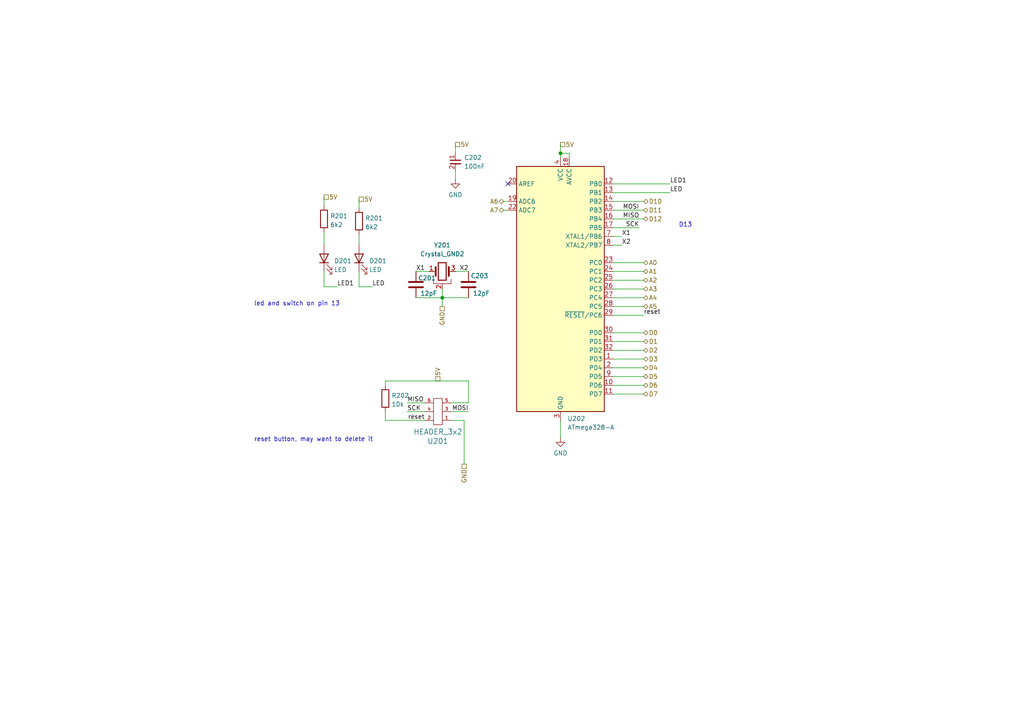
<source format=kicad_sch>
(kicad_sch (version 20230121) (generator eeschema)
  (paper "A4")
  (lib_symbols
    (symbol "Device:C" (pin_numbers hide) (pin_names (offset 0.254))
      (property "Reference" "C" (at 0.635 2.54 0))
      (property "Value" "C" (at 0.635 -2.54 0))
      (symbol "C_0_1"
        (polyline (pts (xy -2.032 -0.762) (xy 2.032 -0.762)) (stroke (width 0.508)))
        (polyline (pts (xy -2.032 0.762) (xy 2.032 0.762)) (stroke (width 0.508)))
      )
      (symbol "C_1_1"
        (pin passive line (at 0 3.81 270) (length 2.794) (name "~") (number "1"))
        (pin passive line (at 0 -3.81 90) (length 2.794) (name "~") (number "2"))
      )
    )
    (symbol "Device:LED" (pin_numbers hide) (pin_names (offset 1.016) hide)
      (property "Reference" "D" (at 0 2.54 0))
      (property "Value" "LED" (at 0 -2.54 0))
      (symbol "LED_0_1"
        (polyline (pts (xy -1.27 -1.27) (xy -1.27 1.27)) (stroke (width 0.254)))
        (polyline (pts (xy -1.27 0) (xy 1.27 0)))
        (polyline (pts (xy 1.27 -1.27) (xy 1.27 1.27) (xy -1.27 0) (xy 1.27 -1.27)) (stroke (width 0.254)))
        (polyline (pts (xy -3.048 -0.762) (xy -4.572 -2.286) (xy -3.81 -2.286) (xy -4.572 -2.286) (xy -4.572 -1.524)))
        (polyline (pts (xy -1.778 -0.762) (xy -3.302 -2.286) (xy -2.54 -2.286) (xy -3.302 -2.286) (xy -3.302 -1.524)))
      )
      (symbol "LED_1_1"
        (pin passive line (at -3.81 0 0) (length 2.54) (name "K") (number "1"))
        (pin passive line (at 3.81 0 180) (length 2.54) (name "A") (number "2"))
      )
    )
    (symbol "Device:R" (pin_numbers hide) (pin_names (offset 0))
      (property "Reference" "R" (at 2.032 0 90))
      (property "Value" "R" (at 0 0 90))
      (symbol "R_0_1"
        (rectangle (start -1.016 -2.54) (end 1.016 2.54) (stroke (width 0.254)))
      )
      (symbol "R_1_1"
        (pin passive line (at 0 3.81 270) (length 1.27) (name "~") (number "1"))
        (pin passive line (at 0 -3.81 90) (length 1.27) (name "~") (number "2"))
      )
    )
    (symbol "MCU_Microchip_ATmega:ATmega328-A"
      (property "Reference" "U" (at -12.7 36.83 0))
      (property "Value" "ATmega328-A" (at 2.54 -36.83 0))
      (symbol "ATmega328-A_0_1"
        (rectangle (start -12.7 -35.56) (end 12.7 35.56) (stroke (width 0.254)) (fill (type background)))
      )
      (symbol "ATmega328-A_1_1"
        (pin bidirectional line (at 15.24 -20.32 180) (length 2.54) (name "PD3") (number "1"))
        (pin bidirectional line (at 15.24 -27.94 180) (length 2.54) (name "PD6") (number "10"))
        (pin bidirectional line (at 15.24 -30.48 180) (length 2.54) (name "PD7") (number "11"))
        (pin bidirectional line (at 15.24 30.48 180) (length 2.54) (name "PB0") (number "12"))
        (pin bidirectional line (at 15.24 27.94 180) (length 2.54) (name "PB1") (number "13"))
        (pin bidirectional line (at 15.24 25.4 180) (length 2.54) (name "PB2") (number "14"))
        (pin bidirectional line (at 15.24 22.86 180) (length 2.54) (name "PB3") (number "15"))
        (pin bidirectional line (at 15.24 20.32 180) (length 2.54) (name "PB4") (number "16"))
        (pin bidirectional line (at 15.24 17.78 180) (length 2.54) (name "PB5") (number "17"))
        (pin power_in line (at 2.54 38.1 270) (length 2.54) (name "AVCC") (number "18"))
        (pin input line (at -15.24 25.4 0) (length 2.54) (name "ADC6") (number "19"))
        (pin bidirectional line (at 15.24 -22.86 180) (length 2.54) (name "PD4") (number "2"))
        (pin passive line (at -15.24 30.48 0) (length 2.54) (name "AREF") (number "20"))
        (pin passive line (at 0 -38.1 90) (length 2.54) hide (name "GND") (number "21"))
        (pin input line (at -15.24 22.86 0) (length 2.54) (name "ADC7") (number "22"))
        (pin bidirectional line (at 15.24 7.62 180) (length 2.54) (name "PC0") (number "23"))
        (pin bidirectional line (at 15.24 5.08 180) (length 2.54) (name "PC1") (number "24"))
        (pin bidirectional line (at 15.24 2.54 180) (length 2.54) (name "PC2") (number "25"))
        (pin bidirectional line (at 15.24 0 180) (length 2.54) (name "PC3") (number "26"))
        (pin bidirectional line (at 15.24 -2.54 180) (length 2.54) (name "PC4") (number "27"))
        (pin bidirectional line (at 15.24 -5.08 180) (length 2.54) (name "PC5") (number "28"))
        (pin bidirectional line (at 15.24 -7.62 180) (length 2.54) (name "~{RESET}/PC6") (number "29"))
        (pin power_in line (at 0 -38.1 90) (length 2.54) (name "GND") (number "3"))
        (pin bidirectional line (at 15.24 -12.7 180) (length 2.54) (name "PD0") (number "30"))
        (pin bidirectional line (at 15.24 -15.24 180) (length 2.54) (name "PD1") (number "31"))
        (pin bidirectional line (at 15.24 -17.78 180) (length 2.54) (name "PD2") (number "32"))
        (pin power_in line (at 0 38.1 270) (length 2.54) (name "VCC") (number "4"))
        (pin passive line (at 0 -38.1 90) (length 2.54) hide (name "GND") (number "5"))
        (pin passive line (at 0 38.1 270) (length 2.54) hide (name "VCC") (number "6"))
        (pin bidirectional line (at 15.24 15.24 180) (length 2.54) (name "XTAL1/PB6") (number "7"))
        (pin bidirectional line (at 15.24 12.7 180) (length 2.54) (name "XTAL2/PB7") (number "8"))
        (pin bidirectional line (at 15.24 -25.4 180) (length 2.54) (name "PD5") (number "9"))
      )
    )
    (symbol "capacitor_miscellaneous:C_0402_100nF"
      (property "Reference" "U" (at 1.27 2.54 0))
      (property "Value" "100nF" (at 3.81 -2.54 0))
      (property "JLCPCB Part#" "C307331" (at 0 0 0))
      (symbol "C_0402_100nF_0_1"
        (polyline (pts (xy -1.524 -0.508) (xy 1.524 -0.508)) (stroke (width 0.3302)))
        (polyline (pts (xy -1.524 0.508) (xy 1.524 0.508)) (stroke (width 0.3048)))
      )
      (symbol "C_0402_100nF_1_1"
        (pin passive line (at 0 2.54 270) (length 2.032) (name "~") (number "1"))
        (pin passive line (at 0 -2.54 90) (length 2.032) (name "~") (number "2"))
      )
    )
    (symbol "custom_kicad_lib_sk:crystal_arduino" (pin_names (offset 1.016) hide)
      (property "Reference" "Y" (at 0 5.715 0))
      (property "Value" "Crystal_GND2" (at 0 3.81 0))
      (property "JLCPCB Part#" "C13738" (at 0 0 0))
      (symbol "crystal_arduino_0_1"
        (rectangle (start -1.143 2.54) (end 1.143 -2.54) (stroke (width 0.3048)))
        (polyline (pts (xy -2.54 0) (xy -1.905 0)))
        (polyline (pts (xy -1.905 -1.27) (xy -1.905 1.27)) (stroke (width 0.508)))
        (polyline (pts (xy 0 -3.81) (xy 0 -3.556)))
        (polyline (pts (xy 1.905 0) (xy 2.54 0)))
        (polyline (pts (xy 1.905 1.27) (xy 1.905 -1.27)) (stroke (width 0.508)))
        (polyline (pts (xy -2.54 -2.286) (xy -2.54 -3.556) (xy 2.54 -3.556) (xy 2.54 -2.286)))
      )
      (symbol "crystal_arduino_1_1"
        (pin passive line (at -3.81 0 0) (length 1.27) (name "1") (number "1"))
        (pin passive line (at 0 -5.08 90) (length 1.27) (name "GND") (number "2"))
        (pin passive line (at 3.81 0 180) (length 1.27) (name "3") (number "3"))
        (pin passive line (at 0 -5.08 90) (length 1.27) hide (name "GND") (number "4"))
      )
    )
    (symbol "power:GND" (power) (pin_names (offset 0))
      (property "Value" "GND" (at 0 -3.81 0))
      (symbol "GND_0_1"
        (polyline (pts (xy 0 0) (xy 0 -1.27) (xy 1.27 -1.27) (xy 0 -2.54) (xy -1.27 -1.27) (xy 0 -1.27)))
      )
      (symbol "GND_1_1"
        (pin power_in line (at 0 0 270) (length 0) hide (name "GND") (number "1"))
      )
    )
    (symbol "servoDriverSMD-rescue:HEADER_3x2-w_connectors" (pin_names (offset 0))
      (property "Reference" "J" (at 0 5.08 0))
      (property "Value" "HEADER_3x2-w_connectors" (at 0 -5.08 0))
      (symbol "HEADER_3x2-w_connectors_0_1"
        (rectangle (start 1.27 3.81) (end -1.27 -3.81))
      )
      (symbol "HEADER_3x2-w_connectors_1_1"
        (pin passive line (at -3.81 2.54 0) (length 2.54) (name "~") (number "1"))
        (pin passive line (at 3.81 2.54 180) (length 2.54) (name "~") (number "2"))
        (pin passive line (at -3.81 0 0) (length 2.54) (name "~") (number "3"))
        (pin passive line (at 3.81 0 180) (length 2.54) (name "~") (number "4"))
        (pin passive line (at -3.81 -2.54 0) (length 2.54) (name "~") (number "5"))
        (pin passive line (at 3.81 -2.54 180) (length 2.54) (name "~") (number "6"))
      )
    )
  )
  (junction (at 128.27 86.36))
  (junction (at 162.56 44.45))
  (no_connect (at 147.32 53.34))
  (wire (pts (xy 162.56 44.45) (xy 162.56 45.72)))
  (wire (pts (xy 128.27 86.36) (xy 135.89 86.36)))
  (wire (pts (xy 177.8 55.88) (xy 194.31 55.88)))
  (wire (pts (xy 130.81 116.84) (xy 135.89 116.84)))
  (wire (pts (xy 93.98 57.15) (xy 93.98 59.69)))
  (wire (pts (xy 177.8 53.34) (xy 194.31 53.34)))
  (wire (pts (xy 134.62 121.92) (xy 130.81 121.92)))
  (wire (pts (xy 165.1 44.45) (xy 162.56 44.45)))
  (wire (pts (xy 177.8 86.36) (xy 186.69 86.36)))
  (wire (pts (xy 177.8 111.76) (xy 186.69 111.76)))
  (wire (pts (xy 123.19 119.38) (xy 118.11 119.38)))
  (wire (pts (xy 124.46 78.74) (xy 120.65 78.74)))
  (wire (pts (xy 177.8 66.04) (xy 185.42 66.04)))
  (wire (pts (xy 177.8 76.2) (xy 186.69 76.2)))
  (wire (pts (xy 111.76 121.92) (xy 123.19 121.92)))
  (wire (pts (xy 177.8 88.9) (xy 186.69 88.9)))
  (wire (pts (xy 111.76 110.49) (xy 135.89 110.49)))
  (wire (pts (xy 104.14 78.74) (xy 104.14 83.185)))
  (wire (pts (xy 177.8 91.44) (xy 186.69 91.44)))
  (wire (pts (xy 135.89 116.84) (xy 135.89 110.49)))
  (wire (pts (xy 177.8 71.12) (xy 180.34 71.12)))
  (wire (pts (xy 162.56 121.92) (xy 162.56 127)))
  (wire (pts (xy 177.8 109.22) (xy 186.69 109.22)))
  (wire (pts (xy 146.05 58.42) (xy 147.32 58.42)))
  (wire (pts (xy 111.76 119.38) (xy 111.76 121.92)))
  (wire (pts (xy 93.98 67.31) (xy 93.98 71.12)))
  (wire (pts (xy 130.81 119.38) (xy 135.89 119.38)))
  (wire (pts (xy 177.8 83.82) (xy 186.69 83.82)))
  (wire (pts (xy 104.14 67.945) (xy 104.14 71.12)))
  (wire (pts (xy 128.27 83.82) (xy 128.27 86.36)))
  (wire (pts (xy 132.08 78.74) (xy 135.89 78.74)))
  (wire (pts (xy 146.05 60.96) (xy 147.32 60.96)))
  (wire (pts (xy 162.56 41.91) (xy 162.56 44.45)))
  (wire (pts (xy 134.62 121.92) (xy 134.62 134.62)))
  (wire (pts (xy 177.8 68.58) (xy 180.34 68.58)))
  (wire (pts (xy 177.8 114.3) (xy 186.69 114.3)))
  (wire (pts (xy 93.98 78.74) (xy 93.98 83.185)))
  (wire (pts (xy 118.11 116.84) (xy 123.19 116.84)))
  (wire (pts (xy 104.14 57.785) (xy 104.14 60.325)))
  (wire (pts (xy 132.08 49.53) (xy 132.08 52.07)))
  (wire (pts (xy 177.8 60.96) (xy 186.69 60.96)))
  (wire (pts (xy 111.76 110.49) (xy 111.76 111.76)))
  (wire (pts (xy 107.95 83.185) (xy 104.14 83.185)))
  (wire (pts (xy 97.79 83.185) (xy 93.98 83.185)))
  (wire (pts (xy 177.8 81.28) (xy 186.69 81.28)))
  (wire (pts (xy 177.8 99.06) (xy 186.69 99.06)))
  (wire (pts (xy 120.65 86.36) (xy 128.27 86.36)))
  (wire (pts (xy 132.08 41.91) (xy 132.08 44.45)))
  (wire (pts (xy 177.8 96.52) (xy 186.69 96.52)))
  (wire (pts (xy 177.8 101.6) (xy 186.69 101.6)))
  (wire (pts (xy 128.27 86.36) (xy 128.27 88.9)))
  (wire (pts (xy 165.1 45.72) (xy 165.1 44.45)))
  (wire (pts (xy 177.8 63.5) (xy 186.69 63.5)))
  (wire (pts (xy 177.8 106.68) (xy 186.69 106.68)))
  (wire (pts (xy 177.8 78.74) (xy 186.69 78.74)))
  (wire (pts (xy 177.8 104.14) (xy 186.69 104.14)))
  (wire (pts (xy 177.8 58.42) (xy 186.69 58.42)))
  (text "reset button, may want to delete it" (at 73.66 128.27 0) (effects (font (size 1.27 1.27)) (justify left bottom)))
  (text "led and switch on pin 13" (at 73.66 88.9 0) (effects (font (size 1.27 1.27)) (justify left bottom)))
  (text "D13" (at 196.85 66.04 0) (effects (font (size 1.27 1.27)) (justify left bottom)))
  (label "SCK" (at 118.11 119.38 0))
  (label "reset" (at 186.69 91.44 0))
  (label "LED1" (at 97.79 83.185 0))
  (label "X1" (at 120.65 78.74 0))
  (label "X2" (at 180.34 71.12 0))
  (label "MISO" (at 118.11 116.84 0))
  (label "MOSI" (at 185.42 60.96 180))
  (label "reset" (at 123.19 121.92 180))
  (label "LED" (at 194.31 55.88 0))
  (label "X1" (at 180.34 68.58 0))
  (label "SCK" (at 185.42 66.04 180))
  (label "MISO" (at 185.42 63.5 180))
  (label "LED1" (at 194.31 53.34 0))
  (label "LED" (at 107.95 83.185 0))
  (label "MOSI" (at 135.89 119.38 180))
  (label "X2" (at 135.89 78.74 180))
  (hierarchical_label "A7" (shape bidirectional) (at 146.05 60.96 180))
  (hierarchical_label "A0" (shape bidirectional) (at 186.69 76.2 0))
  (hierarchical_label "5V" (shape passive) (at 93.98 57.15 0))
  (hierarchical_label "D12" (shape bidirectional) (at 186.69 63.5 0))
  (hierarchical_label "D7" (shape bidirectional) (at 186.69 114.3 0))
  (hierarchical_label "A3" (shape bidirectional) (at 186.69 83.82 0))
  (hierarchical_label "5V" (shape passive) (at 162.56 41.91 0))
  (hierarchical_label "5V" (shape passive) (at 132.08 41.91 0))
  (hierarchical_label "A6" (shape bidirectional) (at 146.05 58.42 180))
  (hierarchical_label "D6" (shape bidirectional) (at 186.69 111.76 0))
  (hierarchical_label "A5" (shape bidirectional) (at 186.69 88.9 0))
  (hierarchical_label "A1" (shape bidirectional) (at 186.69 78.74 0))
  (hierarchical_label "D11" (shape bidirectional) (at 186.69 60.96 0))
  (hierarchical_label "A4" (shape bidirectional) (at 186.69 86.36 0))
  (hierarchical_label "D1" (shape bidirectional) (at 186.69 99.06 0))
  (hierarchical_label "5V" (shape passive) (at 127 110.49 90))
  (hierarchical_label "D3" (shape bidirectional) (at 186.69 104.14 0))
  (hierarchical_label "GND" (shape passive) (at 134.62 134.62 270))
  (hierarchical_label "D10" (shape bidirectional) (at 186.69 58.42 0))
  (hierarchical_label "D0" (shape bidirectional) (at 186.69 96.52 0))
  (hierarchical_label "D2" (shape bidirectional) (at 186.69 101.6 0))
  (hierarchical_label "D4" (shape bidirectional) (at 186.69 106.68 0))
  (hierarchical_label "GND" (shape passive) (at 128.27 88.9 270))
  (hierarchical_label "D5" (shape bidirectional) (at 186.69 109.22 0))
  (hierarchical_label "5V" (shape passive) (at 104.14 57.785 0))
  (hierarchical_label "A2" (shape bidirectional) (at 186.69 81.28 0))
  (symbol (lib_id "custom_kicad_lib_sk:crystal_arduino") (at 128.27 78.74 0) (unit 1)
    (property "Reference" "Y201" (at 128.27 71.12 0))
    (property "Value" "Crystal_GND2" (at 128.27 73.66 0))
    (property "Footprint" "custom_kicad_lib_sk:crystal_arduino" (effects hide))
    (property "JLCPCB Part#" "C13738" (effects hide))
    (instances (project "atmega328" (path "" (reference "Y201") (unit 1))) (project "pwmController" (path "" (reference "Y201") (unit 1))) (project "general_schematics" (path "" (reference "Y?") (unit 1)) (path "" (reference "Y1401") (unit 1))))
  )
  (symbol (lib_id "Device:C") (at 135.89 82.55 180) (unit 1)
    (property "Reference" "C203" (at 136.525 80.01 0) (effects (justify right)))
    (property "Value" "12pF" (at 137.16 85.09 0) (effects (justify right)))
    (property "Footprint" "Capacitor_SMD:C_0603_1608Metric" (effects hide))
    (property "JLCPCB Part#" "C38523" (effects hide))
    (instances (project "atmega328" (path "" (reference "C203") (unit 1))) (project "pwmController" (path "" (reference "C203") (unit 1))) (project "general_schematics" (path "" (reference "C?") (unit 1)) (path "" (reference "C1403") (unit 1))))
  )
  (symbol (lib_id "Device:R") (at 104.14 64.135 0) (unit 1)
    (property "Reference" "R201" (at 105.918 63.3003 0) (effects (justify left)))
    (property "Value" "6k2" (at 105.918 65.8372 0) (effects (justify left)))
    (property "Footprint" "Resistor_SMD:R_0603_1608Metric_Pad0.98x0.95mm_HandSolder" (effects hide))
    (property "JLCPCB Part#" "C4260" (effects hide))
    (instances (project "atmega328" (path "" (reference "R201") (unit 1))) (project "pwmController" (path "" (reference "R201") (unit 1))) (project "general_schematics" (path "" (reference "R1401") (unit 1))))
  )
  (symbol (lib_id "MCU_Microchip_ATmega:ATmega328-A") (at 162.56 83.82 0) (unit 1)
    (property "Reference" "U202" (at 164.5794 121.4104 0) (effects (justify left)))
    (property "Value" "ATmega328-A" (at 164.5794 123.9473 0) (effects (justify left)))
    (property "Footprint" "Package_QFP:TQFP-32_7x7mm_P0.8mm" (effects hide))
    (property "Datasheet" "http://ww1.microchip.com/downloads/en/DeviceDoc/ATmega328_P%20AVR%20MCU%20with%20picoPower%20Technology%20Data%20Sheet%2040001984A.pdf" (effects hide))
    (property "JLCPCB Part#" "C14877" (effects hide))
    (instances (project "atmega328" (path "" (reference "U202") (unit 1))) (project "pwmController" (path "" (reference "U202") (unit 1))) (project "general_schematics" (path "" (reference "U1402") (unit 1))))
  )
  (symbol (lib_id "Device:R") (at 93.98 63.5 0) (unit 1)
    (property "Reference" "R201" (at 95.758 62.6653 0) (effects (justify left)))
    (property "Value" "6k2" (at 95.758 65.2022 0) (effects (justify left)))
    (property "Footprint" "Resistor_SMD:R_0603_1608Metric_Pad0.98x0.95mm_HandSolder" (effects hide))
    (property "JLCPCB Part#" "C4260" (effects hide))
    (instances (project "atmega328" (path "" (reference "R201") (unit 1))) (project "pwmController" (path "" (reference "R203") (unit 1))) (project "general_schematics" (path "" (reference "R1401") (unit 1))))
  )
  (symbol (lib_id "power:GND") (at 132.08 52.07 0) (unit 1)
    (property "Reference" "#PWR0201" (effects hide))
    (property "Value" "GND" (at 132.08 56.5134 0))
    (instances (project "atmega328" (path "" (reference "#PWR0201") (unit 1))) (project "pwmController" (path "" (reference "#PWR0201") (unit 1))) (project "general_schematics" (path "" (reference "#PWR0137") (unit 1))))
  )
  (symbol (lib_id "Device:C") (at 120.65 82.55 180) (unit 1)
    (property "Reference" "C201" (at 121.285 80.645 0) (effects (justify right)))
    (property "Value" "12pF" (at 121.92 85.09 0) (effects (justify right)))
    (property "Footprint" "Capacitor_SMD:C_0603_1608Metric" (effects hide))
    (property "JLCPCB Part#" "C38523" (effects hide))
    (instances (project "atmega328" (path "" (reference "C201") (unit 1))) (project "pwmController" (path "" (reference "C201") (unit 1))) (project "general_schematics" (path "" (reference "C?") (unit 1)) (path "" (reference "C1401") (unit 1))))
  )
  (symbol (lib_id "power:GND") (at 162.56 127 0) (unit 1)
    (property "Reference" "#PWR0202" (effects hide))
    (property "Value" "GND" (at 162.56 131.4434 0))
    (instances (project "atmega328" (path "" (reference "#PWR0202") (unit 1))) (project "pwmController" (path "" (reference "#PWR0202") (unit 1))) (project "general_schematics" (path "" (reference "#PWR0138") (unit 1))))
  )
  (symbol (lib_id "Device:LED") (at 104.14 74.93 90) (unit 1)
    (property "Reference" "D201" (at 107.061 75.6828 90) (effects (justify right)))
    (property "Value" "LED" (at 107.061 78.2197 90) (effects (justify right)))
    (property "Footprint" "LED_THT:LED_D3.0mm" (effects hide))
    (property "JLCPCB Part#" "C84256" (effects hide))
    (instances (project "atmega328" (path "" (reference "D201") (unit 1))) (project "pwmController" (path "" (reference "D201") (unit 1))) (project "general_schematics" (path "" (reference "D1401") (unit 1))))
  )
  (symbol (lib_id "servoDriverSMD-rescue:HEADER_3x2-w_connectors") (at 127 119.38 180) (unit 1)
    (property "Reference" "U201" (at 127 127.9398 0) (effects (font (size 1.524 1.524))))
    (property "Value" "HEADER_3x2" (at 127 125.2474 0) (effects (font (size 1.524 1.524))))
    (property "Footprint" "Connector_PinSocket_1.27mm:PinSocket_2x03_P1.27mm_Vertical" (effects hide))
    (instances (project "atmega328" (path "" (reference "U201") (unit 1))) (project "pwmController" (path "" (reference "U201") (unit 1))) (project "general_schematics" (path "" (reference "U1401") (unit 1))))
  )
  (symbol (lib_id "Device:R") (at 111.76 115.57 0) (unit 1)
    (property "Reference" "R202" (at 113.538 114.7353 0) (effects (justify left)))
    (property "Value" "10k" (at 113.538 117.2722 0) (effects (justify left)))
    (property "Footprint" "Resistor_SMD:R_0402_1005Metric_Pad0.72x0.64mm_HandSolder" (effects hide))
    (property "JLCPCB Part#" "C25744" (effects hide))
    (instances (project "atmega328" (path "" (reference "R202") (unit 1))) (project "pwmController" (path "" (reference "R202") (unit 1))) (project "general_schematics" (path "" (reference "R1402") (unit 1))))
  )
  (symbol (lib_id "capacitor_miscellaneous:C_0402_100nF") (at 132.08 46.99 0) (unit 1)
    (property "Reference" "C202" (at 134.62 45.7263 0) (effects (justify left)))
    (property "Value" "100nF" (at 134.62 48.2663 0) (effects (justify left)))
    (property "Footprint" "Capacitor_SMD:C_0402_1005Metric" (effects hide))
    (property "JLCPCB Part#" "C307331" (effects hide))
  )
  (symbol (lib_id "Device:LED") (at 93.98 74.93 90) (unit 1)
    (property "Reference" "D201" (at 96.901 75.6828 90) (effects (justify right)))
    (property "Value" "LED" (at 96.901 78.2197 90) (effects (justify right)))
    (property "Footprint" "LED_THT:LED_D3.0mm" (effects hide))
    (property "JLCPCB Part#" "C84256" (effects hide))
    (instances (project "atmega328" (path "" (reference "D201") (unit 1))) (project "pwmController" (path "" (reference "D202") (unit 1))) (project "general_schematics" (path "" (reference "D1401") (unit 1))))
  )
)
</source>
